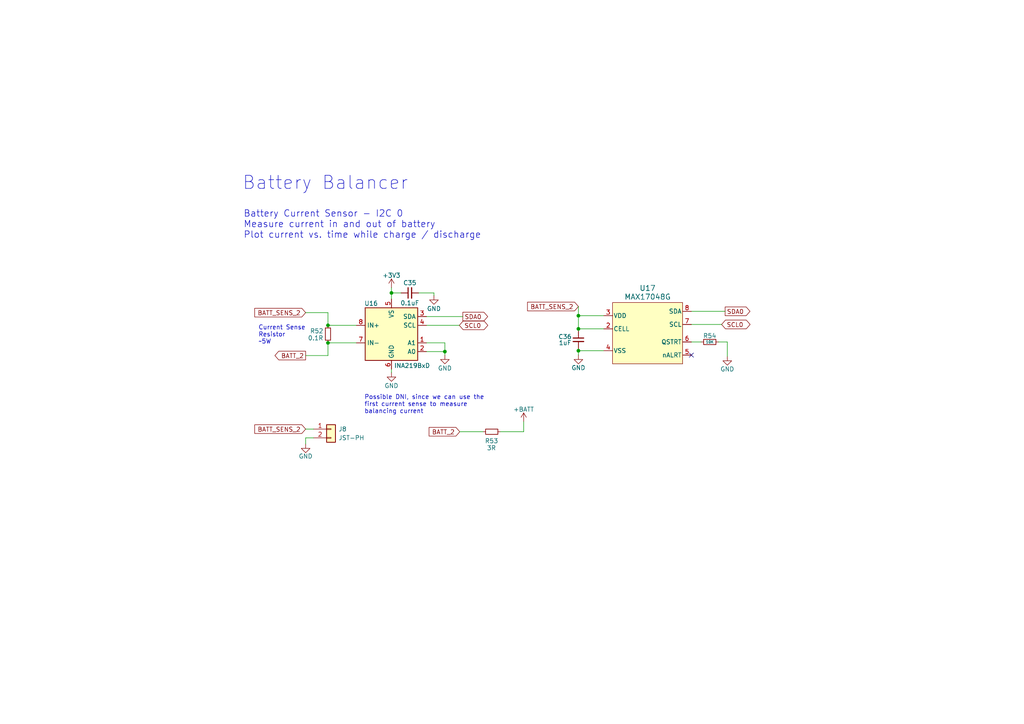
<source format=kicad_sch>
(kicad_sch (version 20230121) (generator eeschema)

  (uuid 55dc4307-84b0-4d13-a25b-56bba4e3729f)

  (paper "A4")

  (lib_symbols
    (symbol "BatteryTester:MAX17048G+T10" (pin_names (offset 0.254)) (in_bom yes) (on_board yes)
      (property "Reference" "U" (at 0 13.97 0)
        (effects (font (size 1.524 1.524)))
      )
      (property "Value" "MAX17048G" (at 0 11.43 0)
        (effects (font (size 1.524 1.524)))
      )
      (property "Footprint" "21-0168E_T822-3_MXM" (at 0 -11.43 0)
        (effects (font (size 1.524 1.524)) hide)
      )
      (property "Datasheet" "" (at -30.48 -15.24 0)
        (effects (font (size 1.524 1.524)))
      )
      (property "ki_fp_filters" "21-0168E_T822-3_MXM 21-0168E_T822-3_MXM-M 21-0168E_T822-3_MXM-L" (at 0 0 0)
        (effects (font (size 1.27 1.27)) hide)
      )
      (symbol "MAX17048G+T10_0_1"
        (rectangle (start -10.16 8.89) (end 10.16 -8.89)
          (stroke (width 0) (type default))
          (fill (type background))
        )
      )
      (symbol "MAX17048G+T10_1_1"
        (pin power_in line (at -12.7 -5.08 0) (length 2.54) hide
          (name "CTG" (effects (font (size 1.27 1.27))))
          (number "1" (effects (font (size 1.27 1.27))))
        )
        (pin power_in line (at -12.7 1.27 0) (length 2.54)
          (name "CELL" (effects (font (size 1.27 1.27))))
          (number "2" (effects (font (size 1.27 1.27))))
        )
        (pin power_in line (at -12.7 5.08 0) (length 2.54)
          (name "VDD" (effects (font (size 1.27 1.27))))
          (number "3" (effects (font (size 1.27 1.27))))
        )
        (pin power_in line (at -12.7 -5.08 0) (length 2.54)
          (name "VSS" (effects (font (size 1.27 1.27))))
          (number "4" (effects (font (size 1.27 1.27))))
        )
        (pin unspecified line (at 12.7 -6.35 180) (length 2.54)
          (name "nALRT" (effects (font (size 1.27 1.27))))
          (number "5" (effects (font (size 1.27 1.27))))
        )
        (pin unspecified line (at 12.7 -2.54 180) (length 2.54)
          (name "QSTRT" (effects (font (size 1.27 1.27))))
          (number "6" (effects (font (size 1.27 1.27))))
        )
        (pin input line (at 12.7 2.54 180) (length 2.54)
          (name "SCL" (effects (font (size 1.27 1.27))))
          (number "7" (effects (font (size 1.27 1.27))))
        )
        (pin bidirectional line (at 12.7 6.35 180) (length 2.54)
          (name "SDA" (effects (font (size 1.27 1.27))))
          (number "8" (effects (font (size 1.27 1.27))))
        )
        (pin power_in line (at -12.7 -5.08 0) (length 2.54) hide
          (name "PAD" (effects (font (size 1.27 1.27))))
          (number "9" (effects (font (size 1.27 1.27))))
        )
      )
    )
    (symbol "Connector_Generic:Conn_01x02" (pin_names (offset 1.016) hide) (in_bom yes) (on_board yes)
      (property "Reference" "J" (at 0 2.54 0)
        (effects (font (size 1.27 1.27)))
      )
      (property "Value" "Conn_01x02" (at 0 -5.08 0)
        (effects (font (size 1.27 1.27)))
      )
      (property "Footprint" "" (at 0 0 0)
        (effects (font (size 1.27 1.27)) hide)
      )
      (property "Datasheet" "~" (at 0 0 0)
        (effects (font (size 1.27 1.27)) hide)
      )
      (property "ki_keywords" "connector" (at 0 0 0)
        (effects (font (size 1.27 1.27)) hide)
      )
      (property "ki_description" "Generic connector, single row, 01x02, script generated (kicad-library-utils/schlib/autogen/connector/)" (at 0 0 0)
        (effects (font (size 1.27 1.27)) hide)
      )
      (property "ki_fp_filters" "Connector*:*_1x??_*" (at 0 0 0)
        (effects (font (size 1.27 1.27)) hide)
      )
      (symbol "Conn_01x02_1_1"
        (rectangle (start -1.27 -2.413) (end 0 -2.667)
          (stroke (width 0.1524) (type default))
          (fill (type none))
        )
        (rectangle (start -1.27 0.127) (end 0 -0.127)
          (stroke (width 0.1524) (type default))
          (fill (type none))
        )
        (rectangle (start -1.27 1.27) (end 1.27 -3.81)
          (stroke (width 0.254) (type default))
          (fill (type background))
        )
        (pin passive line (at -5.08 0 0) (length 3.81)
          (name "Pin_1" (effects (font (size 1.27 1.27))))
          (number "1" (effects (font (size 1.27 1.27))))
        )
        (pin passive line (at -5.08 -2.54 0) (length 3.81)
          (name "Pin_2" (effects (font (size 1.27 1.27))))
          (number "2" (effects (font (size 1.27 1.27))))
        )
      )
    )
    (symbol "Device:C_Small" (pin_numbers hide) (pin_names (offset 0.254) hide) (in_bom yes) (on_board yes)
      (property "Reference" "C" (at 0.254 1.778 0)
        (effects (font (size 1.27 1.27)) (justify left))
      )
      (property "Value" "C_Small" (at 0.254 -2.032 0)
        (effects (font (size 1.27 1.27)) (justify left))
      )
      (property "Footprint" "" (at 0 0 0)
        (effects (font (size 1.27 1.27)) hide)
      )
      (property "Datasheet" "~" (at 0 0 0)
        (effects (font (size 1.27 1.27)) hide)
      )
      (property "ki_keywords" "capacitor cap" (at 0 0 0)
        (effects (font (size 1.27 1.27)) hide)
      )
      (property "ki_description" "Unpolarized capacitor, small symbol" (at 0 0 0)
        (effects (font (size 1.27 1.27)) hide)
      )
      (property "ki_fp_filters" "C_*" (at 0 0 0)
        (effects (font (size 1.27 1.27)) hide)
      )
      (symbol "C_Small_0_1"
        (polyline
          (pts
            (xy -1.524 -0.508)
            (xy 1.524 -0.508)
          )
          (stroke (width 0.3302) (type default))
          (fill (type none))
        )
        (polyline
          (pts
            (xy -1.524 0.508)
            (xy 1.524 0.508)
          )
          (stroke (width 0.3048) (type default))
          (fill (type none))
        )
      )
      (symbol "C_Small_1_1"
        (pin passive line (at 0 2.54 270) (length 2.032)
          (name "~" (effects (font (size 1.27 1.27))))
          (number "1" (effects (font (size 1.27 1.27))))
        )
        (pin passive line (at 0 -2.54 90) (length 2.032)
          (name "~" (effects (font (size 1.27 1.27))))
          (number "2" (effects (font (size 1.27 1.27))))
        )
      )
    )
    (symbol "Device:R_Small" (pin_numbers hide) (pin_names (offset 0.254) hide) (in_bom yes) (on_board yes)
      (property "Reference" "R" (at 0.762 0.508 0)
        (effects (font (size 1.27 1.27)) (justify left))
      )
      (property "Value" "R_Small" (at 0.762 -1.016 0)
        (effects (font (size 1.27 1.27)) (justify left))
      )
      (property "Footprint" "" (at 0 0 0)
        (effects (font (size 1.27 1.27)) hide)
      )
      (property "Datasheet" "~" (at 0 0 0)
        (effects (font (size 1.27 1.27)) hide)
      )
      (property "ki_keywords" "R resistor" (at 0 0 0)
        (effects (font (size 1.27 1.27)) hide)
      )
      (property "ki_description" "Resistor, small symbol" (at 0 0 0)
        (effects (font (size 1.27 1.27)) hide)
      )
      (property "ki_fp_filters" "R_*" (at 0 0 0)
        (effects (font (size 1.27 1.27)) hide)
      )
      (symbol "R_Small_0_1"
        (rectangle (start -0.762 1.778) (end 0.762 -1.778)
          (stroke (width 0.2032) (type default))
          (fill (type none))
        )
      )
      (symbol "R_Small_1_1"
        (pin passive line (at 0 2.54 270) (length 0.762)
          (name "~" (effects (font (size 1.27 1.27))))
          (number "1" (effects (font (size 1.27 1.27))))
        )
        (pin passive line (at 0 -2.54 90) (length 0.762)
          (name "~" (effects (font (size 1.27 1.27))))
          (number "2" (effects (font (size 1.27 1.27))))
        )
      )
    )
    (symbol "GND_1" (power) (pin_names (offset 0)) (in_bom yes) (on_board yes)
      (property "Reference" "#PWR" (at 0 -6.35 0)
        (effects (font (size 1.27 1.27)) hide)
      )
      (property "Value" "GND_1" (at 0 -3.81 0)
        (effects (font (size 1.27 1.27)))
      )
      (property "Footprint" "" (at 0 0 0)
        (effects (font (size 1.27 1.27)) hide)
      )
      (property "Datasheet" "" (at 0 0 0)
        (effects (font (size 1.27 1.27)) hide)
      )
      (property "ki_keywords" "global power" (at 0 0 0)
        (effects (font (size 1.27 1.27)) hide)
      )
      (property "ki_description" "Power symbol creates a global label with name \"GND\" , ground" (at 0 0 0)
        (effects (font (size 1.27 1.27)) hide)
      )
      (symbol "GND_1_0_1"
        (polyline
          (pts
            (xy 0 0)
            (xy 0 -1.27)
            (xy 1.27 -1.27)
            (xy 0 -2.54)
            (xy -1.27 -1.27)
            (xy 0 -1.27)
          )
          (stroke (width 0) (type default))
          (fill (type none))
        )
      )
      (symbol "GND_1_1_1"
        (pin power_in line (at 0 0 270) (length 0) hide
          (name "GND" (effects (font (size 1.27 1.27))))
          (number "1" (effects (font (size 1.27 1.27))))
        )
      )
    )
    (symbol "Sensor_Energy:INA219BxD" (in_bom yes) (on_board yes)
      (property "Reference" "U" (at -6.35 8.89 0)
        (effects (font (size 1.27 1.27)))
      )
      (property "Value" "INA219BxD" (at 5.08 8.89 0)
        (effects (font (size 1.27 1.27)))
      )
      (property "Footprint" "Package_SO:SOIC-8_3.9x4.9mm_P1.27mm" (at 20.32 -8.89 0)
        (effects (font (size 1.27 1.27)) hide)
      )
      (property "Datasheet" "http://www.ti.com/lit/ds/symlink/ina219.pdf" (at 8.89 -2.54 0)
        (effects (font (size 1.27 1.27)) hide)
      )
      (property "ki_keywords" "ADC I2C 16-Bit Oversampling Current Shunt" (at 0 0 0)
        (effects (font (size 1.27 1.27)) hide)
      )
      (property "ki_description" "Zero-Drift, HighAccuracy, Bidirectional Current/Power Monitor (0-26V) With I2C Interface, SOIC-8" (at 0 0 0)
        (effects (font (size 1.27 1.27)) hide)
      )
      (property "ki_fp_filters" "SOIC*3.9x4.9mm*P1.27mm*" (at 0 0 0)
        (effects (font (size 1.27 1.27)) hide)
      )
      (symbol "INA219BxD_0_1"
        (rectangle (start -7.62 7.62) (end 7.62 -7.62)
          (stroke (width 0.254) (type default))
          (fill (type background))
        )
      )
      (symbol "INA219BxD_1_1"
        (pin input line (at 10.16 -2.54 180) (length 2.54)
          (name "A1" (effects (font (size 1.27 1.27))))
          (number "1" (effects (font (size 1.27 1.27))))
        )
        (pin input line (at 10.16 -5.08 180) (length 2.54)
          (name "A0" (effects (font (size 1.27 1.27))))
          (number "2" (effects (font (size 1.27 1.27))))
        )
        (pin bidirectional line (at 10.16 5.08 180) (length 2.54)
          (name "SDA" (effects (font (size 1.27 1.27))))
          (number "3" (effects (font (size 1.27 1.27))))
        )
        (pin input line (at 10.16 2.54 180) (length 2.54)
          (name "SCL" (effects (font (size 1.27 1.27))))
          (number "4" (effects (font (size 1.27 1.27))))
        )
        (pin power_in line (at 0 10.16 270) (length 2.54)
          (name "VS" (effects (font (size 1.27 1.27))))
          (number "5" (effects (font (size 1.27 1.27))))
        )
        (pin power_in line (at 0 -10.16 90) (length 2.54)
          (name "GND" (effects (font (size 1.27 1.27))))
          (number "6" (effects (font (size 1.27 1.27))))
        )
        (pin input line (at -10.16 -2.54 0) (length 2.54)
          (name "IN-" (effects (font (size 1.27 1.27))))
          (number "7" (effects (font (size 1.27 1.27))))
        )
        (pin input line (at -10.16 2.54 0) (length 2.54)
          (name "IN+" (effects (font (size 1.27 1.27))))
          (number "8" (effects (font (size 1.27 1.27))))
        )
      )
    )
    (symbol "power:+3V3" (power) (pin_names (offset 0)) (in_bom yes) (on_board yes)
      (property "Reference" "#PWR" (at 0 -3.81 0)
        (effects (font (size 1.27 1.27)) hide)
      )
      (property "Value" "+3V3" (at 0 3.556 0)
        (effects (font (size 1.27 1.27)))
      )
      (property "Footprint" "" (at 0 0 0)
        (effects (font (size 1.27 1.27)) hide)
      )
      (property "Datasheet" "" (at 0 0 0)
        (effects (font (size 1.27 1.27)) hide)
      )
      (property "ki_keywords" "global power" (at 0 0 0)
        (effects (font (size 1.27 1.27)) hide)
      )
      (property "ki_description" "Power symbol creates a global label with name \"+3V3\"" (at 0 0 0)
        (effects (font (size 1.27 1.27)) hide)
      )
      (symbol "+3V3_0_1"
        (polyline
          (pts
            (xy -0.762 1.27)
            (xy 0 2.54)
          )
          (stroke (width 0) (type default))
          (fill (type none))
        )
        (polyline
          (pts
            (xy 0 0)
            (xy 0 2.54)
          )
          (stroke (width 0) (type default))
          (fill (type none))
        )
        (polyline
          (pts
            (xy 0 2.54)
            (xy 0.762 1.27)
          )
          (stroke (width 0) (type default))
          (fill (type none))
        )
      )
      (symbol "+3V3_1_1"
        (pin power_in line (at 0 0 90) (length 0) hide
          (name "+3V3" (effects (font (size 1.27 1.27))))
          (number "1" (effects (font (size 1.27 1.27))))
        )
      )
    )
    (symbol "power:+BATT" (power) (pin_names (offset 0)) (in_bom yes) (on_board yes)
      (property "Reference" "#PWR" (at 0 -3.81 0)
        (effects (font (size 1.27 1.27)) hide)
      )
      (property "Value" "+BATT" (at 0 3.556 0)
        (effects (font (size 1.27 1.27)))
      )
      (property "Footprint" "" (at 0 0 0)
        (effects (font (size 1.27 1.27)) hide)
      )
      (property "Datasheet" "" (at 0 0 0)
        (effects (font (size 1.27 1.27)) hide)
      )
      (property "ki_keywords" "global power battery" (at 0 0 0)
        (effects (font (size 1.27 1.27)) hide)
      )
      (property "ki_description" "Power symbol creates a global label with name \"+BATT\"" (at 0 0 0)
        (effects (font (size 1.27 1.27)) hide)
      )
      (symbol "+BATT_0_1"
        (polyline
          (pts
            (xy -0.762 1.27)
            (xy 0 2.54)
          )
          (stroke (width 0) (type default))
          (fill (type none))
        )
        (polyline
          (pts
            (xy 0 0)
            (xy 0 2.54)
          )
          (stroke (width 0) (type default))
          (fill (type none))
        )
        (polyline
          (pts
            (xy 0 2.54)
            (xy 0.762 1.27)
          )
          (stroke (width 0) (type default))
          (fill (type none))
        )
      )
      (symbol "+BATT_1_1"
        (pin power_in line (at 0 0 90) (length 0) hide
          (name "+BATT" (effects (font (size 1.27 1.27))))
          (number "1" (effects (font (size 1.27 1.27))))
        )
      )
    )
  )

  (junction (at 167.767 101.727) (diameter 0) (color 0 0 0 0)
    (uuid 38784afa-d1c0-4623-9b88-72df0f849ace)
  )
  (junction (at 167.767 91.567) (diameter 0) (color 0 0 0 0)
    (uuid 39f17c27-e031-4134-bf76-070cf0bed545)
  )
  (junction (at 95.123 99.441) (diameter 0) (color 0 0 0 0)
    (uuid 6981ce1c-e4ad-4ddb-b497-d7231cadb4f7)
  )
  (junction (at 113.538 84.963) (diameter 0) (color 0 0 0 0)
    (uuid 88f7d825-4abc-4857-9b46-9abb28929b8d)
  )
  (junction (at 167.767 95.377) (diameter 0) (color 0 0 0 0)
    (uuid ab6683c7-a572-47d4-9dc6-d53a6134d903)
  )
  (junction (at 95.123 94.361) (diameter 0) (color 0 0 0 0)
    (uuid c40f7b51-509a-43f1-8281-0eddbd85acd5)
  )
  (junction (at 129.032 101.981) (diameter 0) (color 0 0 0 0)
    (uuid d12f84e8-1857-4ea5-89eb-0aeca5658bba)
  )

  (no_connect (at 200.533 102.997) (uuid 34afb10b-45c0-4f05-b57a-c006339fd121))

  (wire (pts (xy 113.538 84.963) (xy 116.332 84.963))
    (stroke (width 0) (type default))
    (uuid 03656e3a-5182-446b-8ebd-09538ab9ba00)
  )
  (wire (pts (xy 113.538 83.439) (xy 113.538 84.963))
    (stroke (width 0) (type default))
    (uuid 06db33fa-1106-42c8-bbda-b32c5d9a47fb)
  )
  (wire (pts (xy 167.767 95.377) (xy 167.767 96.012))
    (stroke (width 0) (type default))
    (uuid 08f757d2-55d1-4269-91bd-490e4a41f8f5)
  )
  (wire (pts (xy 123.698 91.821) (xy 134.239 91.821))
    (stroke (width 0) (type default))
    (uuid 0c648ecc-4d18-46f7-b1ac-6b201c923a4f)
  )
  (wire (pts (xy 133.223 94.361) (xy 123.698 94.361))
    (stroke (width 0) (type default))
    (uuid 0d5ce2e2-25bb-4687-8349-bd128e7ae40d)
  )
  (wire (pts (xy 167.767 91.567) (xy 175.133 91.567))
    (stroke (width 0) (type default))
    (uuid 133fc29f-cbb0-4d7b-8da8-0f6384831773)
  )
  (wire (pts (xy 200.533 90.297) (xy 210.312 90.297))
    (stroke (width 0) (type default))
    (uuid 19d5a93c-e40a-48f1-86a5-8b98ae6ee408)
  )
  (wire (pts (xy 167.767 101.727) (xy 175.133 101.727))
    (stroke (width 0) (type default))
    (uuid 254fa39d-07ee-491d-bec0-e385a959078c)
  )
  (wire (pts (xy 129.032 101.981) (xy 129.032 99.441))
    (stroke (width 0) (type default))
    (uuid 25d9aed0-73be-47d7-8568-18a065b97df3)
  )
  (wire (pts (xy 123.698 101.981) (xy 129.032 101.981))
    (stroke (width 0) (type default))
    (uuid 25fd3a53-cbc9-46d3-8561-70bef4af7d66)
  )
  (wire (pts (xy 167.767 101.727) (xy 167.767 102.997))
    (stroke (width 0) (type default))
    (uuid 269eba4c-9cb4-47d2-a8fd-c6e39ca6ed9d)
  )
  (wire (pts (xy 167.767 101.092) (xy 167.767 101.727))
    (stroke (width 0) (type default))
    (uuid 2b3df779-9e48-4b5a-a050-8bf68044a92e)
  )
  (wire (pts (xy 113.538 108.077) (xy 113.538 107.061))
    (stroke (width 0) (type default))
    (uuid 2ca6706e-b9de-4c09-94fe-82d586b1b5bc)
  )
  (wire (pts (xy 88.646 103.124) (xy 95.123 103.124))
    (stroke (width 0) (type default))
    (uuid 320d4803-b3bf-45f1-a697-dddd1a59f5b3)
  )
  (wire (pts (xy 129.032 99.441) (xy 123.698 99.441))
    (stroke (width 0) (type default))
    (uuid 3c7caf60-34bc-4879-863a-14664ee80ba8)
  )
  (wire (pts (xy 90.932 124.46) (xy 88.646 124.46))
    (stroke (width 0) (type default))
    (uuid 4126a7ad-692c-4886-b6c6-93a219ab5c3c)
  )
  (wire (pts (xy 88.646 128.778) (xy 88.646 127))
    (stroke (width 0) (type default))
    (uuid 56c01551-7d2b-4943-aeba-382b27a89eae)
  )
  (wire (pts (xy 95.123 99.441) (xy 103.378 99.441))
    (stroke (width 0) (type default))
    (uuid 5adb8a73-50c6-4c40-804e-faf1581c30da)
  )
  (wire (pts (xy 95.123 103.124) (xy 95.123 99.441))
    (stroke (width 0) (type default))
    (uuid 8159670d-685b-4bab-9d1f-126e418e26ae)
  )
  (wire (pts (xy 208.407 99.187) (xy 210.947 99.187))
    (stroke (width 0) (type default))
    (uuid 843f41ba-832c-4bed-bd2e-dfa808863874)
  )
  (wire (pts (xy 151.892 125.222) (xy 145.161 125.222))
    (stroke (width 0) (type default))
    (uuid 85d9e332-87f9-4332-b974-0879d682a7fc)
  )
  (wire (pts (xy 95.123 94.361) (xy 103.378 94.361))
    (stroke (width 0) (type default))
    (uuid 8bc8aa1a-97ab-4061-9d5d-515b695ea2d8)
  )
  (wire (pts (xy 167.767 95.377) (xy 175.133 95.377))
    (stroke (width 0) (type default))
    (uuid 92a77e59-438d-46ac-b684-36dd874aa52e)
  )
  (wire (pts (xy 125.857 84.963) (xy 125.857 85.725))
    (stroke (width 0) (type default))
    (uuid 9531db8c-bafc-45e7-9d30-bfb429d243c1)
  )
  (wire (pts (xy 200.533 94.107) (xy 209.296 94.107))
    (stroke (width 0) (type default))
    (uuid 993c3fef-7506-4ec6-b7e1-e628ef0cdc0c)
  )
  (wire (pts (xy 133.35 125.222) (xy 140.081 125.222))
    (stroke (width 0) (type default))
    (uuid 999fc85f-aa9e-40ae-a824-4403cfbfde6c)
  )
  (wire (pts (xy 129.032 102.997) (xy 129.032 101.981))
    (stroke (width 0) (type default))
    (uuid a7bdb609-8244-4726-8c33-8e48504a3757)
  )
  (wire (pts (xy 113.538 84.963) (xy 113.538 86.741))
    (stroke (width 0) (type default))
    (uuid b0f04b6e-270a-4d20-b198-3c2578c2a35d)
  )
  (wire (pts (xy 90.932 127) (xy 88.646 127))
    (stroke (width 0) (type default))
    (uuid b263a259-aa6d-4237-80fb-af40dc58370b)
  )
  (wire (pts (xy 95.123 90.678) (xy 95.123 94.361))
    (stroke (width 0) (type default))
    (uuid bf167629-8ecd-441b-9bb2-ec7f5db9c488)
  )
  (wire (pts (xy 121.412 84.963) (xy 125.857 84.963))
    (stroke (width 0) (type default))
    (uuid ca1ad202-cdea-474d-a394-85948467f617)
  )
  (wire (pts (xy 167.767 91.567) (xy 167.767 95.377))
    (stroke (width 0) (type default))
    (uuid cb8978f8-effc-41b5-a3e2-9d475a8a2cf3)
  )
  (wire (pts (xy 200.533 99.187) (xy 203.327 99.187))
    (stroke (width 0) (type default))
    (uuid d0de2b44-865c-48d3-a8b0-b44ed3929182)
  )
  (wire (pts (xy 167.767 88.9) (xy 167.767 91.567))
    (stroke (width 0) (type default))
    (uuid d2483d3f-019b-42a6-ab08-2dc4e637cc81)
  )
  (wire (pts (xy 88.646 90.678) (xy 95.123 90.678))
    (stroke (width 0) (type default))
    (uuid d8489ddb-daf0-4ae5-9c5d-e8e9c5ebbca5)
  )
  (wire (pts (xy 151.892 125.222) (xy 151.892 122.301))
    (stroke (width 0) (type default))
    (uuid de5cb651-3740-45e3-ab27-170d99ff749b)
  )
  (wire (pts (xy 210.947 99.187) (xy 210.947 103.378))
    (stroke (width 0) (type default))
    (uuid f139ca92-240c-491b-b376-c22166227f70)
  )

  (text "Possible DNI, since we can use the \nfirst current sense to measure \nbalancing current"
    (at 105.664 120.142 0)
    (effects (font (size 1.27 1.27)) (justify left bottom))
    (uuid 3a07812e-e647-4726-bd5f-908da5d00919)
  )
  (text "Battery Current Sensor - I2C 0\nMeasure current in and out of battery\nPlot current vs. time while charge / discharge"
    (at 70.612 69.342 0)
    (effects (font (size 1.905 1.905)) (justify left bottom))
    (uuid 5acb7c33-e51e-43c0-8e04-cf554184f746)
  )
  (text "Current Sense\nResistor\n~5W" (at 74.93 99.949 0)
    (effects (font (size 1.27 1.27)) (justify left bottom))
    (uuid 61181559-a274-4806-b90c-344d05b7fca9)
  )
  (text "Battery Balancer" (at 70.231 55.372 0)
    (effects (font (size 3.81 3.81)) (justify left bottom))
    (uuid b54e27ee-926a-40a1-b4ce-98bed13eae7d)
  )

  (global_label "SDA0" (shape output) (at 134.239 91.821 0) (fields_autoplaced)
    (effects (font (size 1.27 1.27)) (justify left))
    (uuid 055c94d6-a8d0-4a68-ab34-7a6ecaf24747)
    (property "Intersheetrefs" "${INTERSHEET_REFS}" (at 141.9224 91.821 0)
      (effects (font (size 1.27 1.27)) (justify left) hide)
    )
  )
  (global_label "SCL0" (shape bidirectional) (at 133.223 94.361 0) (fields_autoplaced)
    (effects (font (size 1.27 1.27)) (justify left))
    (uuid 22e86f9c-3c3f-489f-b75a-f2451b0bbaf8)
    (property "Intersheetrefs" "${INTERSHEET_REFS}" (at 141.9572 94.361 0)
      (effects (font (size 1.27 1.27)) (justify left) hide)
    )
  )
  (global_label "BATT_2" (shape input) (at 133.35 125.222 180) (fields_autoplaced)
    (effects (font (size 1.27 1.27)) (justify right))
    (uuid 2f956b9d-dfd8-49df-ac1b-e51599d9525b)
    (property "Intersheetrefs" "${INTERSHEET_REFS}" (at 123.9733 125.222 0)
      (effects (font (size 1.27 1.27)) (justify right) hide)
    )
  )
  (global_label "BATT_SENS_2" (shape input) (at 88.646 90.678 180) (fields_autoplaced)
    (effects (font (size 1.27 1.27)) (justify right))
    (uuid 6b8023f5-cbc5-472c-b17b-118e41aa026b)
    (property "Intersheetrefs" "${INTERSHEET_REFS}" (at 73.4032 90.678 0)
      (effects (font (size 1.27 1.27)) (justify right) hide)
    )
  )
  (global_label "BATT_SENS_2" (shape input) (at 167.767 88.9 180) (fields_autoplaced)
    (effects (font (size 1.27 1.27)) (justify right))
    (uuid 7a352b4a-068a-4fea-bfa9-4ac70ef51879)
    (property "Intersheetrefs" "${INTERSHEET_REFS}" (at 152.5242 88.9 0)
      (effects (font (size 1.27 1.27)) (justify right) hide)
    )
  )
  (global_label "BATT_SENS_2" (shape input) (at 88.646 124.46 180) (fields_autoplaced)
    (effects (font (size 1.27 1.27)) (justify right))
    (uuid 838a9439-5537-4e74-81f9-310a80b0f3ba)
    (property "Intersheetrefs" "${INTERSHEET_REFS}" (at 73.4032 124.46 0)
      (effects (font (size 1.27 1.27)) (justify right) hide)
    )
  )
  (global_label "SCL0" (shape bidirectional) (at 209.296 94.107 0) (fields_autoplaced)
    (effects (font (size 1.27 1.27)) (justify left))
    (uuid 94523529-763b-49ff-85be-e97ff93579ef)
    (property "Intersheetrefs" "${INTERSHEET_REFS}" (at 218.0302 94.107 0)
      (effects (font (size 1.27 1.27)) (justify left) hide)
    )
  )
  (global_label "SDA0" (shape output) (at 210.312 90.297 0) (fields_autoplaced)
    (effects (font (size 1.27 1.27)) (justify left))
    (uuid 9a9eb7f3-6afb-4d54-b572-eb404e4ddc6b)
    (property "Intersheetrefs" "${INTERSHEET_REFS}" (at 217.9954 90.297 0)
      (effects (font (size 1.27 1.27)) (justify left) hide)
    )
  )
  (global_label "BATT_2" (shape output) (at 88.646 103.124 180) (fields_autoplaced)
    (effects (font (size 1.27 1.27)) (justify right))
    (uuid cc89f799-4a1e-4813-b41c-696d729f7eb9)
    (property "Intersheetrefs" "${INTERSHEET_REFS}" (at 79.2693 103.124 0)
      (effects (font (size 1.27 1.27)) (justify right) hide)
    )
  )

  (symbol (lib_id "Connector_Generic:Conn_01x02") (at 96.012 124.46 0) (unit 1)
    (in_bom yes) (on_board yes) (dnp no)
    (uuid 0fa1a13c-3d94-4e69-b9a0-5eb279441d6a)
    (property "Reference" "J8" (at 98.171 124.46 0)
      (effects (font (size 1.27 1.27)) (justify left))
    )
    (property "Value" "JST-PH" (at 98.171 127 0)
      (effects (font (size 1.27 1.27)) (justify left))
    )
    (property "Footprint" "BatteryTester:JSTPH2" (at 96.012 124.46 0)
      (effects (font (size 1.27 1.27)) hide)
    )
    (property "Datasheet" "~" (at 96.012 124.46 0)
      (effects (font (size 1.27 1.27)) hide)
    )
    (pin "1" (uuid 187caf3d-7817-42da-a580-f9816619a0b4))
    (pin "2" (uuid e63b2406-9603-47dd-98c9-bcb66d60911f))
    (instances
      (project "Battery Tester"
        (path "/b0096114-e5da-470d-8a3d-9b3ed0a18691"
          (reference "J8") (unit 1)
        )
        (path "/b0096114-e5da-470d-8a3d-9b3ed0a18691/040546f7-576b-4ff7-a45c-5c4c145d969e"
          (reference "J8") (unit 1)
        )
      )
    )
  )

  (symbol (lib_id "Device:R_Small") (at 95.123 96.901 0) (unit 1)
    (in_bom yes) (on_board yes) (dnp no)
    (uuid 19b7e626-8988-486f-98aa-7074d0a2d227)
    (property "Reference" "R52" (at 89.916 96.012 0)
      (effects (font (size 1.27 1.27)) (justify left))
    )
    (property "Value" "0.1R" (at 89.281 98.044 0)
      (effects (font (size 1.27 1.27)) (justify left))
    )
    (property "Footprint" "Resistor_SMD:R_2512_6332Metric" (at 95.123 96.901 0)
      (effects (font (size 1.27 1.27)) hide)
    )
    (property "Datasheet" "~" (at 95.123 96.901 0)
      (effects (font (size 1.27 1.27)) hide)
    )
    (pin "1" (uuid 428677c0-bbc8-4c39-90b1-8caa9fea2c2c))
    (pin "2" (uuid 6707db69-a7eb-4787-acd2-c414ac966986))
    (instances
      (project "Battery Tester"
        (path "/b0096114-e5da-470d-8a3d-9b3ed0a18691"
          (reference "R52") (unit 1)
        )
        (path "/b0096114-e5da-470d-8a3d-9b3ed0a18691/040546f7-576b-4ff7-a45c-5c4c145d969e"
          (reference "R52") (unit 1)
        )
      )
      (project "batteryboard-bottom"
        (path "/cc4a9289-e86b-4adc-9840-de6d33438674"
          (reference "R1") (unit 1)
        )
      )
    )
  )

  (symbol (lib_id "power:+BATT") (at 151.892 122.301 0) (unit 1)
    (in_bom yes) (on_board yes) (dnp no)
    (uuid 3b5e4f49-83ed-4865-b468-eb2a1b12f9f8)
    (property "Reference" "#PWR0122" (at 151.892 126.111 0)
      (effects (font (size 1.27 1.27)) hide)
    )
    (property "Value" "+BATT" (at 151.892 118.745 0)
      (effects (font (size 1.27 1.27)))
    )
    (property "Footprint" "" (at 151.892 122.301 0)
      (effects (font (size 1.27 1.27)) hide)
    )
    (property "Datasheet" "" (at 151.892 122.301 0)
      (effects (font (size 1.27 1.27)) hide)
    )
    (pin "1" (uuid 6256cda4-a11b-45b5-bc1a-239f2305eeaf))
    (instances
      (project "Battery Tester"
        (path "/b0096114-e5da-470d-8a3d-9b3ed0a18691"
          (reference "#PWR0122") (unit 1)
        )
        (path "/b0096114-e5da-470d-8a3d-9b3ed0a18691/040546f7-576b-4ff7-a45c-5c4c145d969e"
          (reference "#PWR0120") (unit 1)
        )
      )
    )
  )

  (symbol (lib_name "GND_1") (lib_id "power:GND") (at 88.646 128.778 0) (unit 1)
    (in_bom yes) (on_board yes) (dnp no)
    (uuid 4de4de0a-9547-4e95-85a3-4aba0844dda7)
    (property "Reference" "#PWR0138" (at 88.646 135.128 0)
      (effects (font (size 1.27 1.27)) hide)
    )
    (property "Value" "GND" (at 88.646 132.334 0)
      (effects (font (size 1.27 1.27)))
    )
    (property "Footprint" "" (at 88.646 128.778 0)
      (effects (font (size 1.27 1.27)) hide)
    )
    (property "Datasheet" "" (at 88.646 128.778 0)
      (effects (font (size 1.27 1.27)) hide)
    )
    (pin "1" (uuid d54ab4bf-5224-4281-940b-dd2fe4bba9b5))
    (instances
      (project "nrf52833-breakout"
        (path "/6c0c06dd-a1fe-49d4-9beb-c2ae63a3eed7"
          (reference "#PWR0138") (unit 1)
        )
      )
      (project "Battery Tester"
        (path "/b0096114-e5da-470d-8a3d-9b3ed0a18691"
          (reference "#PWR0120") (unit 1)
        )
        (path "/b0096114-e5da-470d-8a3d-9b3ed0a18691/040546f7-576b-4ff7-a45c-5c4c145d969e"
          (reference "#PWR0115") (unit 1)
        )
      )
    )
  )

  (symbol (lib_id "BatteryTester:MAX17048G+T10") (at 187.833 96.647 0) (unit 1)
    (in_bom yes) (on_board yes) (dnp no) (fields_autoplaced)
    (uuid 5886cac5-9434-4a3e-b2f6-cd3bcf134a0a)
    (property "Reference" "U17" (at 187.833 83.566 0)
      (effects (font (size 1.524 1.524)))
    )
    (property "Value" "MAX17048G" (at 187.833 86.106 0)
      (effects (font (size 1.524 1.524)))
    )
    (property "Footprint" "BatteryTester:MAX17048G" (at 187.833 108.077 0)
      (effects (font (size 1.524 1.524)) hide)
    )
    (property "Datasheet" "" (at 157.353 111.887 0)
      (effects (font (size 1.524 1.524)))
    )
    (pin "1" (uuid 57556d33-1003-42e0-96f4-0e8c96e8cebd))
    (pin "2" (uuid acbc8a81-17ff-4b9a-899b-0f8fbf4c00de))
    (pin "3" (uuid 715465fe-e509-40e5-bb5b-2364bf3d931f))
    (pin "4" (uuid 62bd0fab-3613-4e2f-add9-4e54c7079b40))
    (pin "5" (uuid 58b83016-b929-4fc3-b784-ce69e48a0d6c))
    (pin "6" (uuid a5edc58b-366a-4822-a873-8a734d3de527))
    (pin "7" (uuid a554edd9-7630-403b-ae06-f68197a20060))
    (pin "8" (uuid df23ff5b-9862-4e3c-b910-73132b2f9939))
    (pin "9" (uuid 7cb0b87a-0de0-4517-aa63-7d5e335331d3))
    (instances
      (project "Battery Tester"
        (path "/b0096114-e5da-470d-8a3d-9b3ed0a18691"
          (reference "U17") (unit 1)
        )
        (path "/b0096114-e5da-470d-8a3d-9b3ed0a18691/040546f7-576b-4ff7-a45c-5c4c145d969e"
          (reference "U17") (unit 1)
        )
      )
    )
  )

  (symbol (lib_id "power:+3V3") (at 113.538 83.439 0) (mirror y) (unit 1)
    (in_bom yes) (on_board yes) (dnp no)
    (uuid 67ceeabb-ceee-4803-b224-e295a6ade493)
    (property "Reference" "#PWR0116" (at 113.538 87.249 0)
      (effects (font (size 1.27 1.27)) hide)
    )
    (property "Value" "+3V3" (at 113.538 79.883 0)
      (effects (font (size 1.27 1.27)))
    )
    (property "Footprint" "" (at 113.538 83.439 0)
      (effects (font (size 1.27 1.27)) hide)
    )
    (property "Datasheet" "" (at 113.538 83.439 0)
      (effects (font (size 1.27 1.27)) hide)
    )
    (pin "1" (uuid 20d5ddba-19d7-4331-9e2f-3e25d88e2ed3))
    (instances
      (project "Battery Tester"
        (path "/b0096114-e5da-470d-8a3d-9b3ed0a18691"
          (reference "#PWR0116") (unit 1)
        )
        (path "/b0096114-e5da-470d-8a3d-9b3ed0a18691/040546f7-576b-4ff7-a45c-5c4c145d969e"
          (reference "#PWR0116") (unit 1)
        )
      )
      (project "batteryboard-bottom"
        (path "/cc4a9289-e86b-4adc-9840-de6d33438674"
          (reference "#PWR02") (unit 1)
        )
      )
    )
  )

  (symbol (lib_name "GND_1") (lib_id "power:GND") (at 129.032 102.997 0) (unit 1)
    (in_bom yes) (on_board yes) (dnp no)
    (uuid 76e7c646-3c73-411a-a4d7-05171265d0bf)
    (property "Reference" "#PWR0119" (at 129.032 109.347 0)
      (effects (font (size 1.27 1.27)) hide)
    )
    (property "Value" "GND" (at 129.032 106.807 0)
      (effects (font (size 1.27 1.27)))
    )
    (property "Footprint" "" (at 129.032 102.997 0)
      (effects (font (size 1.27 1.27)) hide)
    )
    (property "Datasheet" "" (at 129.032 102.997 0)
      (effects (font (size 1.27 1.27)) hide)
    )
    (pin "1" (uuid 51016759-5a6a-4a96-bf7f-88afcff14dc9))
    (instances
      (project "Battery Tester"
        (path "/b0096114-e5da-470d-8a3d-9b3ed0a18691"
          (reference "#PWR0119") (unit 1)
        )
        (path "/b0096114-e5da-470d-8a3d-9b3ed0a18691/040546f7-576b-4ff7-a45c-5c4c145d969e"
          (reference "#PWR0119") (unit 1)
        )
      )
      (project "batteryboard-bottom"
        (path "/cc4a9289-e86b-4adc-9840-de6d33438674"
          (reference "#PWR03") (unit 1)
        )
      )
    )
  )

  (symbol (lib_id "Sensor_Energy:INA219BxD") (at 113.538 96.901 0) (unit 1)
    (in_bom yes) (on_board yes) (dnp no)
    (uuid 83d10e6d-e2cf-4830-880a-67a3783d8702)
    (property "Reference" "U16" (at 105.664 88.011 0)
      (effects (font (size 1.27 1.27)) (justify left))
    )
    (property "Value" "INA219BxD" (at 114.3 106.045 0)
      (effects (font (size 1.27 1.27)) (justify left))
    )
    (property "Footprint" "Package_SO:SOIC-8_3.9x4.9mm_P1.27mm" (at 133.858 105.791 0)
      (effects (font (size 1.27 1.27)) hide)
    )
    (property "Datasheet" "http://www.ti.com/lit/ds/symlink/ina219.pdf" (at 122.428 99.441 0)
      (effects (font (size 1.27 1.27)) hide)
    )
    (pin "1" (uuid 03660de9-c1e4-4ecd-a7c6-31f5ff1ca796))
    (pin "2" (uuid a56c5669-07c4-407b-849f-a77d6eab4755))
    (pin "3" (uuid b136b41c-9a0c-4215-9fbe-466c5a6c0660))
    (pin "4" (uuid 5a6973ef-533c-4cc4-b545-fac8a31488a4))
    (pin "5" (uuid a3bb4e43-683f-4c44-b6f8-1f401ce1ab85))
    (pin "6" (uuid 2ff502af-503d-4771-babe-ebd4313c5fa3))
    (pin "7" (uuid e612efe6-ffbd-4001-a4eb-ec0496dbe9cc))
    (pin "8" (uuid 205195cc-8a00-43a9-8ad0-b0b9afe52fd9))
    (instances
      (project "Battery Tester"
        (path "/b0096114-e5da-470d-8a3d-9b3ed0a18691"
          (reference "U16") (unit 1)
        )
        (path "/b0096114-e5da-470d-8a3d-9b3ed0a18691/040546f7-576b-4ff7-a45c-5c4c145d969e"
          (reference "U16") (unit 1)
        )
      )
    )
  )

  (symbol (lib_name "GND_1") (lib_id "power:GND") (at 210.947 103.378 0) (unit 1)
    (in_bom yes) (on_board yes) (dnp no)
    (uuid 867a86b1-28eb-42a5-b033-2b30ddaf6422)
    (property "Reference" "#PWR0138" (at 210.947 109.728 0)
      (effects (font (size 1.27 1.27)) hide)
    )
    (property "Value" "GND" (at 210.947 107.061 0)
      (effects (font (size 1.27 1.27)))
    )
    (property "Footprint" "" (at 210.947 103.378 0)
      (effects (font (size 1.27 1.27)) hide)
    )
    (property "Datasheet" "" (at 210.947 103.378 0)
      (effects (font (size 1.27 1.27)) hide)
    )
    (pin "1" (uuid 8af10485-e9dc-4634-b036-f5d7ee6ae8c3))
    (instances
      (project "nrf52833-breakout"
        (path "/6c0c06dd-a1fe-49d4-9beb-c2ae63a3eed7"
          (reference "#PWR0138") (unit 1)
        )
      )
      (project "Battery Tester"
        (path "/b0096114-e5da-470d-8a3d-9b3ed0a18691"
          (reference "#PWR0121") (unit 1)
        )
        (path "/b0096114-e5da-470d-8a3d-9b3ed0a18691/040546f7-576b-4ff7-a45c-5c4c145d969e"
          (reference "#PWR0122") (unit 1)
        )
      )
    )
  )

  (symbol (lib_id "Device:C_Small") (at 167.767 98.552 0) (unit 1)
    (in_bom yes) (on_board yes) (dnp no)
    (uuid 98e65f24-5722-4615-b2e5-39037efd94cc)
    (property "Reference" "C36" (at 161.925 97.663 0)
      (effects (font (size 1.27 1.27)) (justify left))
    )
    (property "Value" "1uF" (at 162.052 99.441 0)
      (effects (font (size 1.27 1.27)) (justify left))
    )
    (property "Footprint" "Capacitor_SMD:C_0603_1608Metric" (at 167.767 98.552 0)
      (effects (font (size 1.27 1.27)) hide)
    )
    (property "Datasheet" "~" (at 167.767 98.552 0)
      (effects (font (size 1.27 1.27)) hide)
    )
    (pin "1" (uuid f87e5906-a357-4731-bcbe-785dace81623))
    (pin "2" (uuid e3e6927e-1f27-479b-bda9-4cdd8217bb48))
    (instances
      (project "Battery Tester"
        (path "/b0096114-e5da-470d-8a3d-9b3ed0a18691"
          (reference "C36") (unit 1)
        )
        (path "/b0096114-e5da-470d-8a3d-9b3ed0a18691/040546f7-576b-4ff7-a45c-5c4c145d969e"
          (reference "C36") (unit 1)
        )
      )
    )
  )

  (symbol (lib_id "Device:R_Small") (at 205.867 99.187 90) (unit 1)
    (in_bom yes) (on_board yes) (dnp no)
    (uuid a0b7e060-7045-4e50-a235-d7a997683640)
    (property "Reference" "R54" (at 205.867 97.409 90)
      (effects (font (size 1.27 1.27)))
    )
    (property "Value" "10K" (at 205.867 99.187 90)
      (effects (font (size 0.762 0.762)))
    )
    (property "Footprint" "Resistor_SMD:R_0603_1608Metric" (at 205.867 99.187 0)
      (effects (font (size 1.27 1.27)) hide)
    )
    (property "Datasheet" "~" (at 205.867 99.187 0)
      (effects (font (size 1.27 1.27)) hide)
    )
    (pin "1" (uuid a0abf4d9-d145-42e1-b468-7b20151ed021))
    (pin "2" (uuid 31f34e33-879f-47ad-9d91-652a9e2b0f59))
    (instances
      (project "Battery Tester"
        (path "/b0096114-e5da-470d-8a3d-9b3ed0a18691"
          (reference "R54") (unit 1)
        )
        (path "/b0096114-e5da-470d-8a3d-9b3ed0a18691/040546f7-576b-4ff7-a45c-5c4c145d969e"
          (reference "R54") (unit 1)
        )
      )
    )
  )

  (symbol (lib_id "Device:R_Small") (at 142.621 125.222 90) (unit 1)
    (in_bom yes) (on_board yes) (dnp no)
    (uuid cca28c76-d7da-40ab-bf65-bf19a869f6d7)
    (property "Reference" "R53" (at 144.526 127.889 90)
      (effects (font (size 1.27 1.27)) (justify left))
    )
    (property "Value" "3R" (at 143.891 129.921 90)
      (effects (font (size 1.27 1.27)) (justify left))
    )
    (property "Footprint" "Resistor_SMD:R_2512_6332Metric" (at 142.621 125.222 0)
      (effects (font (size 1.27 1.27)) hide)
    )
    (property "Datasheet" "~" (at 142.621 125.222 0)
      (effects (font (size 1.27 1.27)) hide)
    )
    (pin "1" (uuid fbd8a62f-0d92-4c88-9a57-b352b327f52f))
    (pin "2" (uuid feb3fe95-bfb6-407c-a537-254bd22cfd01))
    (instances
      (project "Battery Tester"
        (path "/b0096114-e5da-470d-8a3d-9b3ed0a18691"
          (reference "R53") (unit 1)
        )
        (path "/b0096114-e5da-470d-8a3d-9b3ed0a18691/040546f7-576b-4ff7-a45c-5c4c145d969e"
          (reference "R53") (unit 1)
        )
      )
      (project "batteryboard-bottom"
        (path "/cc4a9289-e86b-4adc-9840-de6d33438674"
          (reference "R1") (unit 1)
        )
      )
    )
  )

  (symbol (lib_name "GND_1") (lib_id "power:GND") (at 113.538 108.077 0) (unit 1)
    (in_bom yes) (on_board yes) (dnp no)
    (uuid cedbd515-539b-4d29-aea2-abcccb2f5c6a)
    (property "Reference" "#PWR0117" (at 113.538 114.427 0)
      (effects (font (size 1.27 1.27)) hide)
    )
    (property "Value" "GND" (at 113.538 111.887 0)
      (effects (font (size 1.27 1.27)))
    )
    (property "Footprint" "" (at 113.538 108.077 0)
      (effects (font (size 1.27 1.27)) hide)
    )
    (property "Datasheet" "" (at 113.538 108.077 0)
      (effects (font (size 1.27 1.27)) hide)
    )
    (pin "1" (uuid 9373530c-48c4-406b-aaa1-898ddbbeb36c))
    (instances
      (project "Battery Tester"
        (path "/b0096114-e5da-470d-8a3d-9b3ed0a18691"
          (reference "#PWR0117") (unit 1)
        )
        (path "/b0096114-e5da-470d-8a3d-9b3ed0a18691/040546f7-576b-4ff7-a45c-5c4c145d969e"
          (reference "#PWR0117") (unit 1)
        )
      )
      (project "batteryboard-bottom"
        (path "/cc4a9289-e86b-4adc-9840-de6d33438674"
          (reference "#PWR01") (unit 1)
        )
      )
    )
  )

  (symbol (lib_name "GND_1") (lib_id "power:GND") (at 167.767 102.997 0) (unit 1)
    (in_bom yes) (on_board yes) (dnp no)
    (uuid e70e32b9-ab9a-4d83-977d-edaecb722a23)
    (property "Reference" "#PWR0138" (at 167.767 109.347 0)
      (effects (font (size 1.27 1.27)) hide)
    )
    (property "Value" "GND" (at 167.767 106.68 0)
      (effects (font (size 1.27 1.27)))
    )
    (property "Footprint" "" (at 167.767 102.997 0)
      (effects (font (size 1.27 1.27)) hide)
    )
    (property "Datasheet" "" (at 167.767 102.997 0)
      (effects (font (size 1.27 1.27)) hide)
    )
    (pin "1" (uuid aec506dd-62dc-412a-b893-11dab305b0eb))
    (instances
      (project "nrf52833-breakout"
        (path "/6c0c06dd-a1fe-49d4-9beb-c2ae63a3eed7"
          (reference "#PWR0138") (unit 1)
        )
      )
      (project "Battery Tester"
        (path "/b0096114-e5da-470d-8a3d-9b3ed0a18691"
          (reference "#PWR0115") (unit 1)
        )
        (path "/b0096114-e5da-470d-8a3d-9b3ed0a18691/040546f7-576b-4ff7-a45c-5c4c145d969e"
          (reference "#PWR0121") (unit 1)
        )
      )
    )
  )

  (symbol (lib_id "Device:C_Small") (at 118.872 84.963 90) (unit 1)
    (in_bom yes) (on_board yes) (dnp no)
    (uuid f0b91525-910d-4758-b4bb-722dc4941ef6)
    (property "Reference" "C35" (at 118.872 82.042 90)
      (effects (font (size 1.27 1.27)))
    )
    (property "Value" "0.1uF" (at 118.872 87.884 90)
      (effects (font (size 1.27 1.27)))
    )
    (property "Footprint" "Capacitor_SMD:C_0603_1608Metric" (at 118.872 84.963 0)
      (effects (font (size 1.27 1.27)) hide)
    )
    (property "Datasheet" "~" (at 118.872 84.963 0)
      (effects (font (size 1.27 1.27)) hide)
    )
    (pin "1" (uuid d5984fb9-df6d-4558-b40e-447d3b35a6d3))
    (pin "2" (uuid 7786dc28-76e7-480f-8813-ba375f3afb2d))
    (instances
      (project "Battery Tester"
        (path "/b0096114-e5da-470d-8a3d-9b3ed0a18691"
          (reference "C35") (unit 1)
        )
        (path "/b0096114-e5da-470d-8a3d-9b3ed0a18691/040546f7-576b-4ff7-a45c-5c4c145d969e"
          (reference "C35") (unit 1)
        )
      )
      (project "batteryboard-bottom"
        (path "/cc4a9289-e86b-4adc-9840-de6d33438674"
          (reference "C3") (unit 1)
        )
      )
    )
  )

  (symbol (lib_name "GND_1") (lib_id "power:GND") (at 125.857 85.725 0) (unit 1)
    (in_bom yes) (on_board yes) (dnp no)
    (uuid f7671a2c-6b71-4795-8a34-e11ed05b4934)
    (property "Reference" "#PWR0118" (at 125.857 92.075 0)
      (effects (font (size 1.27 1.27)) hide)
    )
    (property "Value" "GND" (at 125.857 89.535 0)
      (effects (font (size 1.27 1.27)))
    )
    (property "Footprint" "" (at 125.857 85.725 0)
      (effects (font (size 1.27 1.27)) hide)
    )
    (property "Datasheet" "" (at 125.857 85.725 0)
      (effects (font (size 1.27 1.27)) hide)
    )
    (pin "1" (uuid 8c917e82-1c33-4194-b2b9-e4536736d3a5))
    (instances
      (project "Battery Tester"
        (path "/b0096114-e5da-470d-8a3d-9b3ed0a18691"
          (reference "#PWR0118") (unit 1)
        )
        (path "/b0096114-e5da-470d-8a3d-9b3ed0a18691/040546f7-576b-4ff7-a45c-5c4c145d969e"
          (reference "#PWR0118") (unit 1)
        )
      )
      (project "batteryboard-bottom"
        (path "/cc4a9289-e86b-4adc-9840-de6d33438674"
          (reference "#PWR010") (unit 1)
        )
      )
    )
  )
)

</source>
